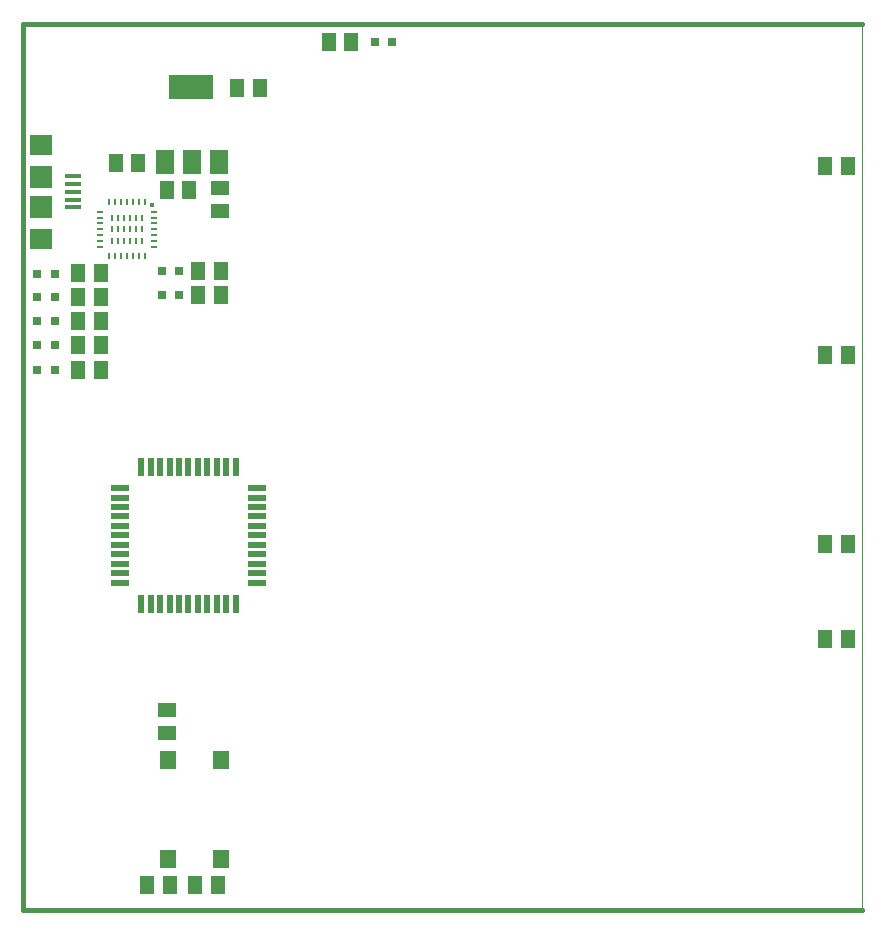
<source format=gtp>
G75*
%MOIN*%
%OFA0B0*%
%FSLAX25Y25*%
%IPPOS*%
%LPD*%
%AMOC8*
5,1,8,0,0,1.08239X$1,22.5*
%
%ADD10C,0.01600*%
%ADD11C,0.00100*%
%ADD12R,0.01969X0.05906*%
%ADD13R,0.05906X0.01969*%
%ADD14R,0.05118X0.05906*%
%ADD15R,0.03150X0.03150*%
%ADD16R,0.05906X0.05118*%
%ADD17R,0.05512X0.06300*%
%ADD18R,0.01024X0.02205*%
%ADD19R,0.02205X0.01024*%
%ADD20R,0.01575X0.01575*%
%ADD21R,0.05512X0.01378*%
%ADD22R,0.07480X0.07087*%
%ADD23R,0.07480X0.07480*%
%ADD24R,0.05900X0.07900*%
%ADD25R,0.15000X0.07900*%
D10*
X0027500Y0001800D02*
X0027500Y0297076D01*
X0307028Y0297076D01*
X0307028Y0001800D02*
X0027500Y0001800D01*
D11*
X0307028Y0001800D02*
X0307028Y0297076D01*
D12*
X0098248Y0149635D03*
X0095098Y0149635D03*
X0091949Y0149635D03*
X0088799Y0149635D03*
X0085650Y0149635D03*
X0082500Y0149635D03*
X0079350Y0149635D03*
X0076201Y0149635D03*
X0073051Y0149635D03*
X0069902Y0149635D03*
X0066752Y0149635D03*
X0066752Y0103965D03*
X0069902Y0103965D03*
X0073051Y0103965D03*
X0076201Y0103965D03*
X0079350Y0103965D03*
X0082500Y0103965D03*
X0085650Y0103965D03*
X0088799Y0103965D03*
X0091949Y0103965D03*
X0095098Y0103965D03*
X0098248Y0103965D03*
D13*
X0105335Y0111052D03*
X0105335Y0114202D03*
X0105335Y0117351D03*
X0105335Y0120501D03*
X0105335Y0123650D03*
X0105335Y0126800D03*
X0105335Y0129950D03*
X0105335Y0133099D03*
X0105335Y0136249D03*
X0105335Y0139398D03*
X0105335Y0142548D03*
X0059665Y0142548D03*
X0059665Y0139398D03*
X0059665Y0136249D03*
X0059665Y0133099D03*
X0059665Y0129950D03*
X0059665Y0126800D03*
X0059665Y0123650D03*
X0059665Y0120501D03*
X0059665Y0117351D03*
X0059665Y0114202D03*
X0059665Y0111052D03*
D14*
X0053240Y0181800D03*
X0045760Y0181800D03*
X0045760Y0190300D03*
X0053240Y0190300D03*
X0053240Y0198300D03*
X0045760Y0198300D03*
X0045760Y0206300D03*
X0053240Y0206300D03*
X0053240Y0214300D03*
X0045760Y0214300D03*
X0075260Y0241800D03*
X0082740Y0241800D03*
X0065740Y0250800D03*
X0058260Y0250800D03*
X0085760Y0214800D03*
X0093240Y0214800D03*
X0093240Y0206800D03*
X0085760Y0206800D03*
X0098760Y0275800D03*
X0106240Y0275800D03*
X0129260Y0291300D03*
X0136740Y0291300D03*
X0294760Y0249800D03*
X0302240Y0249800D03*
X0302240Y0186800D03*
X0294760Y0186800D03*
X0294760Y0123800D03*
X0302240Y0123800D03*
X0302240Y0092300D03*
X0294760Y0092300D03*
X0092240Y0010300D03*
X0084760Y0010300D03*
X0076240Y0010300D03*
X0068760Y0010300D03*
D15*
X0037953Y0181800D03*
X0032047Y0181800D03*
X0032047Y0190300D03*
X0037953Y0190300D03*
X0037953Y0198300D03*
X0032047Y0198300D03*
X0032047Y0206300D03*
X0037953Y0206300D03*
X0037953Y0213800D03*
X0032047Y0213800D03*
X0073547Y0214800D03*
X0079453Y0214800D03*
X0079453Y0206800D03*
X0073547Y0206800D03*
X0144547Y0291300D03*
X0150453Y0291300D03*
D16*
X0093000Y0242540D03*
X0093000Y0235060D03*
X0075500Y0068540D03*
X0075500Y0061060D03*
D17*
X0075642Y0051835D03*
X0093358Y0051835D03*
X0093358Y0018765D03*
X0075642Y0018765D03*
D18*
X0067906Y0219745D03*
X0065937Y0219745D03*
X0063969Y0219745D03*
X0062000Y0219745D03*
X0060031Y0219745D03*
X0058063Y0219745D03*
X0056094Y0219745D03*
X0057079Y0224863D03*
X0059047Y0224863D03*
X0061016Y0224863D03*
X0062984Y0224863D03*
X0064953Y0224863D03*
X0066921Y0224863D03*
X0066921Y0228800D03*
X0064953Y0228800D03*
X0062984Y0228800D03*
X0061016Y0228800D03*
X0059047Y0228800D03*
X0057079Y0228800D03*
X0057079Y0232737D03*
X0059047Y0232737D03*
X0061016Y0232737D03*
X0062984Y0232737D03*
X0064953Y0232737D03*
X0066921Y0232737D03*
X0065937Y0237855D03*
X0063969Y0237855D03*
X0062000Y0237855D03*
X0060031Y0237855D03*
X0058063Y0237855D03*
X0056094Y0237855D03*
X0067906Y0237855D03*
D19*
X0071055Y0234706D03*
X0071055Y0232737D03*
X0071055Y0230769D03*
X0071055Y0228800D03*
X0071055Y0226831D03*
X0071055Y0224863D03*
X0071055Y0222894D03*
X0052945Y0222894D03*
X0052945Y0224863D03*
X0052945Y0226831D03*
X0052945Y0228800D03*
X0052945Y0230769D03*
X0052945Y0232737D03*
X0052945Y0234706D03*
D20*
X0070268Y0237068D03*
D21*
X0043933Y0236182D03*
X0043933Y0238741D03*
X0043933Y0241300D03*
X0043933Y0243859D03*
X0043933Y0246418D03*
D22*
X0033500Y0257048D03*
X0033500Y0225552D03*
D23*
X0033500Y0236300D03*
X0033500Y0246300D03*
D24*
X0074600Y0251400D03*
X0083600Y0251400D03*
X0092600Y0251400D03*
D25*
X0083500Y0276200D03*
M02*

</source>
